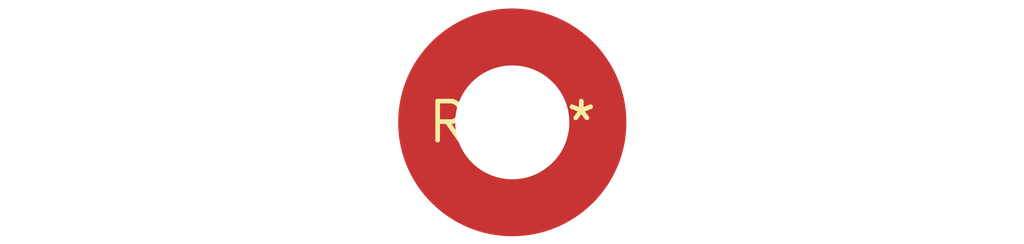
<source format=kicad_pcb>
(kicad_pcb (version 20240108) (generator pcbnew)
  (layers (0 "F.Cu" signal) (31 "B.Cu" signal) (34 "B.Paste" user) (35 "F.Paste" user) (36 "B.SilkS" user "B.Silkscreen") (37 "F.SilkS" user "F.Silkscreen") (38 "B.Mask" user) (39 "F.Mask" user) (44 "Edge.Cuts" user))
  (net 0 "")
  (footprint "MountingHole_3.7mm_Pad_TopOnly" (layer "F.Cu") (at 0 0)
    (property "Reference" "REF**")
    (property "Value" "MountingHole_3.7mm_Pad_TopOnly")
    (pad "1" thru_hole circle (at 0 0) (size 4.1 4.1) (drill 3.7) (layers *.Cu *.Mask) (remove_unused_layers))
    (pad "1" connect circle (at 0 0) (size 7.4 7.4) (layers "F.Cu" "F.Mask"))
  )
)
</source>
